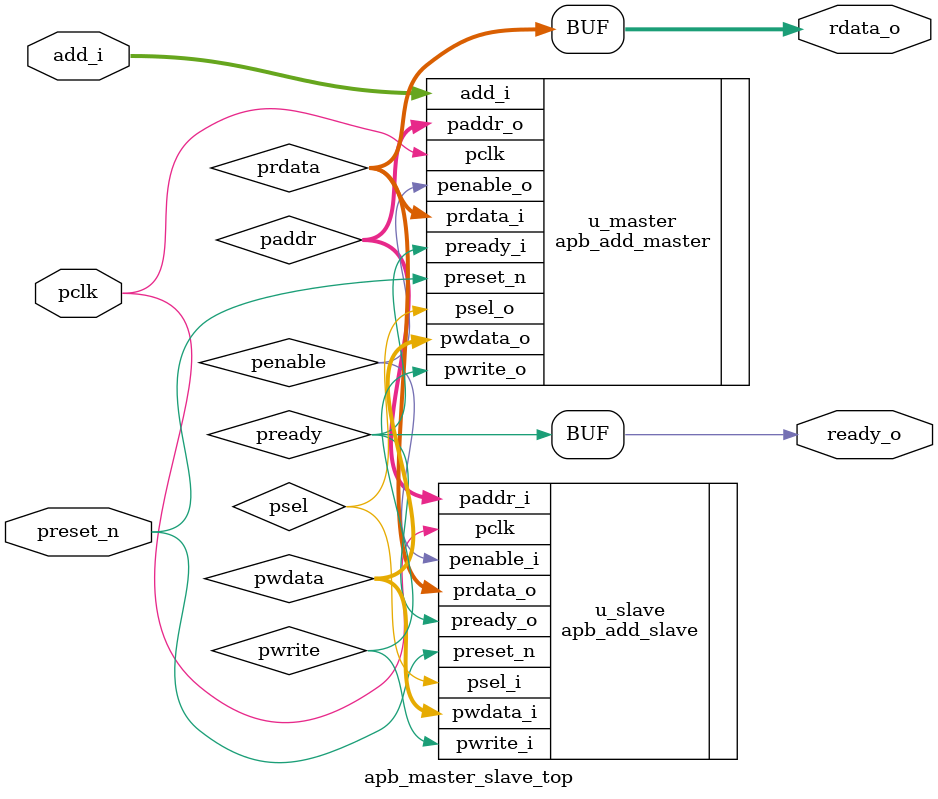
<source format=sv>
module apb_master_slave_top (
  input  logic         pclk,
  input  logic         preset_n,
  input  logic [1:0]   add_i,       // Operation command to master
  output logic         ready_o,     // Ready signal from slave
  output logic [31:0]  rdata_o      // Read data from slave
);

  // Internal signals for master-slave connection
  logic        psel;       // Select signal
  logic        penable;    // Enable signal
  logic [31:0] paddr;      // Address bus
  logic        pwrite;     // Write control signal
  logic [31:0] pwdata;     // Write data bus
  logic [31:0] prdata;     // Read data bus
  logic        pready;     // Ready signal

  // Instantiate the APB Master
  apb_add_master u_master (
    .pclk       (pclk),
    .preset_n   (preset_n),
    .add_i      (add_i),
    .psel_o     (psel),
    .penable_o  (penable),
    .paddr_o    (paddr),
    .pwrite_o   (pwrite),
    .pwdata_o   (pwdata),
    .prdata_i   (prdata),
    .pready_i   (pready)
  );

  // Instantiate the APB Slave
  apb_add_slave u_slave (
    .pclk       (pclk),
    .preset_n   (preset_n),
    .psel_i     (psel),
    .penable_i  (penable),
    .paddr_i    (paddr),
    .pwrite_i   (pwrite),
    .pwdata_i   (pwdata),
    .prdata_o   (prdata),
    .pready_o   (pready)
  );

  // Connect output signals for monitoring
  assign ready_o = pready;
  assign rdata_o = prdata;

endmodule


</source>
